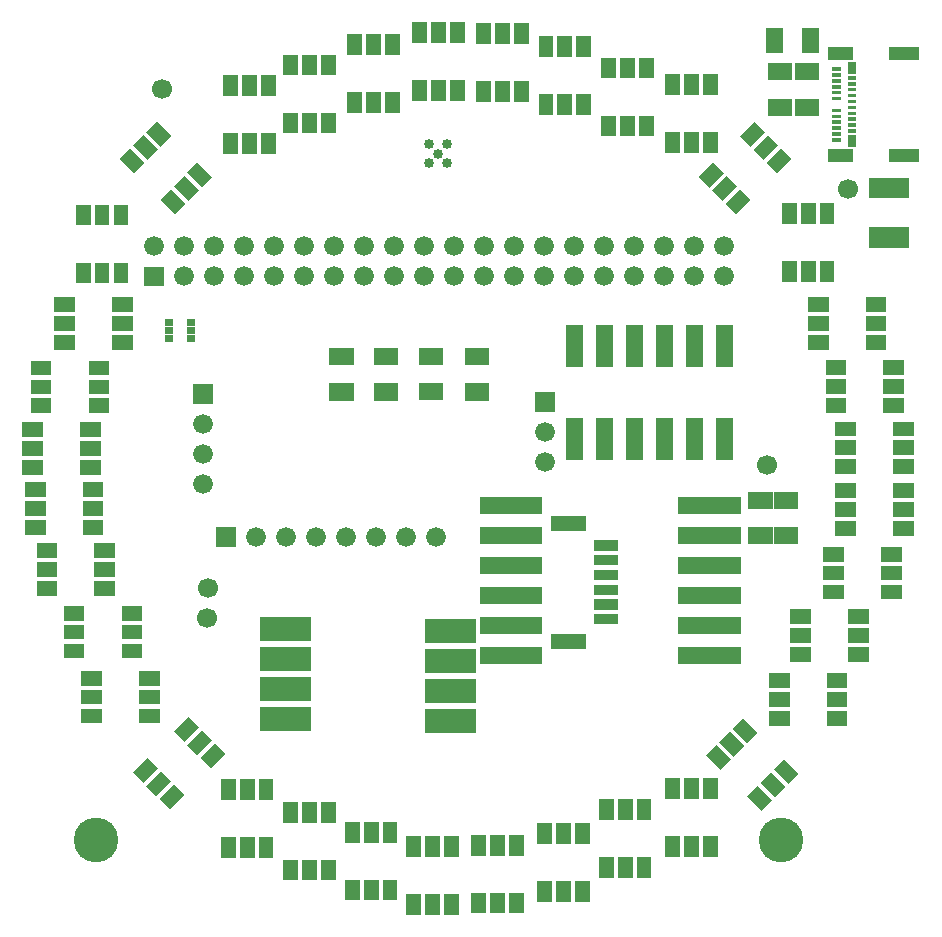
<source format=gbr>
G04 start of page 6 for group -4063 idx -4063 *
G04 Title: (unknown), componentmask *
G04 Creator: pcb 4.2.0 *
G04 CreationDate: Sun Feb  2 22:12:39 2020 UTC *
G04 For: blinken *
G04 Format: Gerber/RS-274X *
G04 PCB-Dimensions (mm): 90.16 90.16 *
G04 PCB-Coordinate-Origin: lower left *
%MOMM*%
%FSLAX43Y43*%
%LNTOPMASK*%
%ADD66C,1.700*%
%ADD65C,3.780*%
%ADD64C,0.002*%
%ADD63C,0.852*%
%ADD62C,1.676*%
G54D62*X26110Y66370D03*
X28650D03*
X31190D03*
X26110Y68910D03*
X28650D03*
X31190D03*
X33730D03*
X36270D03*
X38810D03*
X33730Y66370D03*
X36270D03*
X38810D03*
X41350D03*
G54D63*X37460Y76760D03*
X38260Y77560D03*
X36660D03*
X38260Y75960D03*
X36660D03*
G54D62*X18490Y66370D03*
Y68910D03*
X21030Y66370D03*
Y68910D03*
G54D64*G36*
X12572Y67208D02*Y65532D01*
X14248D01*
Y67208D01*
X12572D01*
G37*
G54D62*X13410Y68910D03*
X15950Y66370D03*
Y68910D03*
X23570Y66370D03*
Y68910D03*
G54D64*G36*
X16730Y57253D02*Y55577D01*
X18407D01*
Y57253D01*
X16730D01*
G37*
G54D62*X17568Y53875D03*
Y51335D03*
Y48795D03*
X41350Y68910D03*
X43890Y66370D03*
X46430D03*
X48970D03*
G54D64*G36*
X45700Y56600D02*Y54924D01*
X47376D01*
Y56600D01*
X45700D01*
G37*
G54D62*X46538Y53222D03*
Y50682D03*
X43890Y68910D03*
X46430D03*
X48970D03*
X51510D03*
X54050D03*
X56590D03*
X51510Y66370D03*
X54050D03*
X56590D03*
X59130D03*
Y68910D03*
X61670D03*
Y66370D03*
G54D64*G36*
X18692Y45138D02*Y43462D01*
X20368D01*
Y45138D01*
X18692D01*
G37*
G54D62*X22070Y44300D03*
X24610D03*
X27150D03*
X29690D03*
X32230D03*
X34770D03*
X37310D03*
G54D65*X66500Y18660D03*
G54D66*X65340Y50410D03*
X72190Y73790D03*
X17980Y40010D03*
X17940Y37420D03*
G54D65*X8500Y18660D03*
G54D66*X14100Y82260D03*
G54D64*G36*
X38127Y87887D02*X36873D01*
Y86133D01*
X38127D01*
Y87887D01*
G37*
G36*
X39727D02*X38473D01*
Y86133D01*
X39727D01*
Y87887D01*
G37*
G36*
X41927Y87787D02*X40673D01*
Y86033D01*
X41927D01*
Y87787D01*
G37*
G36*
X36527Y87887D02*X35273D01*
Y86133D01*
X36527D01*
Y87887D01*
G37*
G36*
X32627Y86887D02*X31373D01*
Y85133D01*
X32627D01*
Y86887D01*
G37*
G36*
X31027D02*X29773D01*
Y85133D01*
X31027D01*
Y86887D01*
G37*
G36*
X34227D02*X32973D01*
Y85133D01*
X34227D01*
Y86887D01*
G37*
G36*
X39727Y82987D02*X38473D01*
Y81233D01*
X39727D01*
Y82987D01*
G37*
G36*
X43527Y82887D02*X42273D01*
Y81133D01*
X43527D01*
Y82887D01*
G37*
G36*
X41927D02*X40673D01*
Y81133D01*
X41927D01*
Y82887D01*
G37*
G36*
X43527Y87787D02*X42273D01*
Y86033D01*
X43527D01*
Y87787D01*
G37*
G36*
X45127D02*X43873D01*
Y86033D01*
X45127D01*
Y87787D01*
G37*
G36*
X48827Y86687D02*X47573D01*
Y84933D01*
X48827D01*
Y86687D01*
G37*
G36*
X47227D02*X45973D01*
Y84933D01*
X47227D01*
Y86687D01*
G37*
G36*
X45127Y82887D02*X43873D01*
Y81133D01*
X45127D01*
Y82887D01*
G37*
G36*
X50427Y81787D02*X49173D01*
Y80033D01*
X50427D01*
Y81787D01*
G37*
G36*
X48827D02*X47573D01*
Y80033D01*
X48827D01*
Y81787D01*
G37*
G36*
X47227D02*X45973D01*
Y80033D01*
X47227D01*
Y81787D01*
G37*
G36*
X50427Y86687D02*X49173D01*
Y84933D01*
X50427D01*
Y86687D01*
G37*
G36*
X54127Y84887D02*X52873D01*
Y83133D01*
X54127D01*
Y84887D01*
G37*
G36*
X52527D02*X51273D01*
Y83133D01*
X52527D01*
Y84887D01*
G37*
G36*
X55727D02*X54473D01*
Y83133D01*
X55727D01*
Y84887D01*
G37*
G36*
X57927Y83487D02*X56673D01*
Y81733D01*
X57927D01*
Y83487D01*
G37*
G36*
Y78587D02*X56673D01*
Y76833D01*
X57927D01*
Y78587D01*
G37*
G36*
X55727Y79987D02*X54473D01*
Y78233D01*
X55727D01*
Y79987D01*
G37*
G36*
X54127D02*X52873D01*
Y78233D01*
X54127D01*
Y79987D01*
G37*
G36*
X52527D02*X51273D01*
Y78233D01*
X52527D01*
Y79987D01*
G37*
G36*
X38127Y82987D02*X36873D01*
Y81233D01*
X38127D01*
Y82987D01*
G37*
G36*
X36527D02*X35273D01*
Y81233D01*
X36527D01*
Y82987D01*
G37*
G36*
X34227Y81987D02*X32973D01*
Y80233D01*
X34227D01*
Y81987D01*
G37*
G36*
X32627D02*X31373D01*
Y80233D01*
X32627D01*
Y81987D01*
G37*
G36*
X31027D02*X29773D01*
Y80233D01*
X31027D01*
Y81987D01*
G37*
G36*
X21927Y18887D02*X20673D01*
Y17133D01*
X21927D01*
Y18887D01*
G37*
G36*
X20327Y23787D02*X19073D01*
Y22033D01*
X20327D01*
Y23787D01*
G37*
G36*
X21927D02*X20673D01*
Y22033D01*
X21927D01*
Y23787D01*
G37*
G36*
X20327Y18887D02*X19073D01*
Y17133D01*
X20327D01*
Y18887D01*
G37*
G36*
X23527D02*X22273D01*
Y17133D01*
X23527D01*
Y18887D01*
G37*
G36*
Y23787D02*X22273D01*
Y22033D01*
X23527D01*
Y23787D01*
G37*
G36*
X36027Y18987D02*X34773D01*
Y17233D01*
X36027D01*
Y18987D01*
G37*
G36*
X37627D02*X36373D01*
Y17233D01*
X37627D01*
Y18987D01*
G37*
G36*
X39227D02*X37973D01*
Y17233D01*
X39227D01*
Y18987D01*
G37*
G36*
X19455Y25951D02*X18569Y26838D01*
X17328Y25597D01*
X18215Y24711D01*
X19455Y25951D01*
G37*
G36*
X22382Y37508D02*Y35500D01*
X26690D01*
Y37508D01*
X22382D01*
G37*
G36*
Y34968D02*Y32960D01*
X26690D01*
Y34968D01*
X22382D01*
G37*
G36*
Y32428D02*Y30420D01*
X26690D01*
Y32428D01*
X22382D01*
G37*
G36*
Y29888D02*Y27880D01*
X26690D01*
Y29888D01*
X22382D01*
G37*
G36*
X14859Y23618D02*X13973Y24504D01*
X12732Y23264D01*
X13619Y22377D01*
X14859Y23618D01*
G37*
G36*
X15991Y22486D02*X15104Y23373D01*
X13864Y22133D01*
X14751Y21246D01*
X15991Y22486D01*
G37*
G36*
X17193Y28214D02*X16306Y29101D01*
X15066Y27860D01*
X15952Y26974D01*
X17193Y28214D01*
G37*
G36*
X18324Y27082D02*X17437Y27969D01*
X16197Y26729D01*
X17084Y25842D01*
X18324Y27082D01*
G37*
G36*
X13728Y24749D02*X12841Y25636D01*
X11601Y24395D01*
X12488Y23509D01*
X13728Y24749D01*
G37*
G36*
X12173Y31387D02*Y30133D01*
X13927D01*
Y31387D01*
X12173D01*
G37*
G36*
Y29787D02*Y28533D01*
X13927D01*
Y29787D01*
X12173D01*
G37*
G36*
X7273Y31387D02*X7273Y30133D01*
X9027Y30133D01*
X9027Y31387D01*
X7273Y31387D01*
G37*
G36*
X7273Y29787D02*Y28533D01*
X9027D01*
Y29787D01*
X7273D01*
G37*
G36*
X12173Y32987D02*X12173Y31733D01*
X13927Y31733D01*
X13927Y32987D01*
X12173Y32987D01*
G37*
G36*
X7273Y32987D02*Y31733D01*
X9027D01*
Y32987D01*
X7273D01*
G37*
G36*
X5773Y36887D02*X5773Y35633D01*
X7527Y35633D01*
X7527Y36887D01*
X5773Y36887D01*
G37*
G36*
X10673Y38487D02*X10673Y37233D01*
X12427Y37233D01*
X12427Y38487D01*
X10673Y38487D01*
G37*
G36*
X10673Y36887D02*Y35633D01*
X12427D01*
Y36887D01*
X10673D01*
G37*
G36*
X5773Y38487D02*Y37233D01*
X7527D01*
Y38487D01*
X5773D01*
G37*
G36*
Y35287D02*Y34033D01*
X7527D01*
Y35287D01*
X5773D01*
G37*
G36*
X10673D02*Y34033D01*
X12427D01*
Y35287D01*
X10673D01*
G37*
G36*
X3473Y42187D02*X3473Y40933D01*
X5227Y40933D01*
X5227Y42187D01*
X3473Y42187D01*
G37*
G36*
X3473Y40587D02*Y39333D01*
X5227D01*
Y40587D01*
X3473D01*
G37*
G36*
X8373Y43787D02*X8373Y42533D01*
X10127Y42533D01*
X10127Y43787D01*
X8373Y43787D01*
G37*
G36*
X8373Y40587D02*Y39333D01*
X10127D01*
Y40587D01*
X8373D01*
G37*
G36*
Y42187D02*Y40933D01*
X10127D01*
Y42187D01*
X8373D01*
G37*
G36*
X7373Y45737D02*Y44483D01*
X9127D01*
Y45737D01*
X7373D01*
G37*
G36*
X3473Y43787D02*Y42533D01*
X5227D01*
Y43787D01*
X3473D01*
G37*
G36*
X2473Y47337D02*X2473Y46083D01*
X4227Y46083D01*
X4227Y47337D01*
X2473Y47337D01*
G37*
G36*
X2473Y45737D02*Y44483D01*
X4227D01*
Y45737D01*
X2473D01*
G37*
G36*
Y48937D02*Y47683D01*
X4227D01*
Y48937D01*
X2473D01*
G37*
G36*
X2273Y52437D02*X2273Y51183D01*
X4027Y51183D01*
X4027Y52437D01*
X2273Y52437D01*
G37*
G36*
X2273Y50837D02*Y49583D01*
X4027D01*
Y50837D01*
X2273D01*
G37*
G36*
X7373Y48937D02*X7373Y47683D01*
X9127Y47683D01*
X9127Y48937D01*
X7373Y48937D01*
G37*
G36*
X7373Y47337D02*Y46083D01*
X9127D01*
Y47337D01*
X7373D01*
G37*
G36*
X7173Y52437D02*Y51183D01*
X8927D01*
Y52437D01*
X7173D01*
G37*
G36*
Y50837D02*Y49583D01*
X8927D01*
Y50837D01*
X7173D01*
G37*
G36*
X2273Y54037D02*Y52783D01*
X4027D01*
Y54037D01*
X2273D01*
G37*
G36*
X2973Y56037D02*Y54783D01*
X4727D01*
Y56037D01*
X2973D01*
G37*
G36*
X7173Y54037D02*X7173Y52783D01*
X8927Y52783D01*
X8927Y54037D01*
X7173Y54037D01*
G37*
G36*
X7873Y57637D02*Y56383D01*
X9627D01*
Y57637D01*
X7873D01*
G37*
G36*
Y56037D02*Y54783D01*
X9627D01*
Y56037D01*
X7873D01*
G37*
G36*
X2973Y57637D02*X2973Y56383D01*
X4727Y56383D01*
X4727Y57637D01*
X2973Y57637D01*
G37*
G36*
X2973Y59237D02*Y57983D01*
X4727D01*
Y59237D01*
X2973D01*
G37*
G36*
X4973Y62987D02*X4973Y61733D01*
X6727Y61733D01*
X6727Y62987D01*
X4973Y62987D01*
G37*
G36*
X4973Y61387D02*Y60133D01*
X6727D01*
Y61387D01*
X4973D01*
G37*
G36*
Y64587D02*Y63333D01*
X6727D01*
Y64587D01*
X4973D01*
G37*
G36*
X7873Y59237D02*X7873Y57983D01*
X9627Y57983D01*
X9627Y59237D01*
X7873Y59237D01*
G37*
G36*
X9873Y64587D02*X9873Y63333D01*
X11627Y63333D01*
X11627Y64587D01*
X9873Y64587D01*
G37*
G36*
X9873Y62987D02*Y61733D01*
X11627D01*
Y62987D01*
X9873D01*
G37*
G36*
Y61387D02*Y60133D01*
X11627D01*
Y61387D01*
X9873D01*
G37*
G36*
X16200Y61446D02*Y60843D01*
X16903D01*
Y61446D01*
X16200D01*
G37*
G36*
Y62096D02*Y61493D01*
X16903D01*
Y62096D01*
X16200D01*
G37*
G36*
Y62746D02*Y62143D01*
X16903D01*
Y62746D01*
X16200D01*
G37*
G36*
X14350D02*Y62143D01*
X15053D01*
Y62746D01*
X14350D01*
G37*
G36*
Y62096D02*Y61493D01*
X15053D01*
Y62096D01*
X14350D01*
G37*
G36*
Y61446D02*Y60843D01*
X15053D01*
Y61446D01*
X14350D01*
G37*
G36*
X11237Y67547D02*X9983Y67547D01*
X9983Y65793D01*
X11237Y65793D01*
X11237Y67547D01*
G37*
G36*
X9637Y67547D02*X8383D01*
Y65793D01*
X9637D01*
Y67547D01*
G37*
G36*
X8037D02*X6783D01*
Y65793D01*
X8037D01*
Y67547D01*
G37*
G36*
X47006Y46070D02*Y44816D01*
X49960D01*
Y46070D01*
X47006D01*
G37*
G36*
X50706Y44020D02*Y43166D01*
X52660D01*
Y44020D01*
X50706D01*
G37*
G36*
Y42770D02*Y41916D01*
X52660D01*
Y42770D01*
X50706D01*
G37*
G36*
Y41520D02*Y40666D01*
X52660D01*
Y41520D01*
X50706D01*
G37*
G36*
Y40270D02*Y39416D01*
X52660D01*
Y40270D01*
X50706D01*
G37*
G36*
Y39020D02*Y38166D01*
X52660D01*
Y39020D01*
X50706D01*
G37*
G36*
Y37770D02*Y36916D01*
X52660D01*
Y37770D01*
X50706D01*
G37*
G36*
X47006Y36120D02*Y34866D01*
X49960D01*
Y36120D01*
X47006D01*
G37*
G36*
X22127Y83387D02*X20873D01*
Y81633D01*
X22127D01*
Y83387D01*
G37*
G36*
X20527D02*X19273D01*
Y81633D01*
X20527D01*
Y83387D01*
G37*
G36*
X23727Y78487D02*X22473D01*
Y76733D01*
X23727D01*
Y78487D01*
G37*
G36*
X22127D02*X20873D01*
Y76733D01*
X22127D01*
Y78487D01*
G37*
G36*
X20527D02*X19273D01*
Y76733D01*
X20527D01*
Y78487D01*
G37*
G36*
X23727Y83387D02*X22473D01*
Y81633D01*
X23727D01*
Y83387D01*
G37*
G36*
X12496Y78364D02*X11609Y77477D01*
X12849Y76237D01*
X13736Y77124D01*
X12496Y78364D01*
G37*
G36*
X11364Y77233D02*X10477Y76346D01*
X11718Y75106D01*
X12604Y75992D01*
X11364Y77233D01*
G37*
G36*
X13627Y79495D02*X12740Y78608D01*
X13981Y77368D01*
X14867Y78255D01*
X13627Y79495D01*
G37*
G36*
X15960Y74899D02*X15074Y74012D01*
X16314Y72772D01*
X17201Y73659D01*
X15960Y74899D01*
G37*
G36*
X14829Y73768D02*X13942Y72881D01*
X15183Y71641D01*
X16069Y72528D01*
X14829Y73768D01*
G37*
G36*
X28817Y80247D02*X27563D01*
Y78493D01*
X28817D01*
Y80247D01*
G37*
G36*
X27217D02*X25963D01*
Y78493D01*
X27217D01*
Y80247D01*
G37*
G36*
X25617D02*X24363D01*
Y78493D01*
X25617D01*
Y80247D01*
G37*
G36*
X27217Y85147D02*X25963D01*
Y83393D01*
X27217D01*
Y85147D01*
G37*
G36*
X25617D02*X24363D01*
Y83393D01*
X25617D01*
Y85147D01*
G37*
G36*
X28817D02*X27563D01*
Y83393D01*
X28817D01*
Y85147D01*
G37*
G36*
X17092Y76030D02*X16205Y75144D01*
X17445Y73903D01*
X18332Y74790D01*
X17092Y76030D01*
G37*
G36*
X9637Y72447D02*X8383Y72447D01*
X8383Y70693D01*
X9637Y70693D01*
X9637Y72447D01*
G37*
G36*
X8037Y72447D02*X6783D01*
Y70693D01*
X8037D01*
Y72447D01*
G37*
G36*
X11237D02*X9983D01*
Y70693D01*
X11237D01*
Y72447D01*
G37*
G36*
X73673Y62987D02*Y61733D01*
X75427D01*
Y62987D01*
X73673D01*
G37*
G36*
Y64587D02*Y63333D01*
X75427D01*
Y64587D01*
X73673D01*
G37*
G36*
X68773Y61387D02*Y60133D01*
X70527D01*
Y61387D01*
X68773D01*
G37*
G36*
Y62987D02*Y61733D01*
X70527D01*
Y62987D01*
X68773D01*
G37*
G36*
Y64587D02*Y63333D01*
X70527D01*
Y64587D01*
X68773D01*
G37*
G36*
X73673Y61387D02*Y60133D01*
X75427D01*
Y61387D01*
X73673D01*
G37*
G36*
X75173Y59287D02*Y58033D01*
X76927D01*
Y59287D01*
X75173D01*
G37*
G36*
X70273Y57687D02*Y56433D01*
X72027D01*
Y57687D01*
X70273D01*
G37*
G36*
Y59287D02*Y58033D01*
X72027D01*
Y59287D01*
X70273D01*
G37*
G36*
X71027Y67657D02*X69773D01*
Y65903D01*
X71027D01*
Y67657D01*
G37*
G36*
X69427D02*X68173D01*
Y65903D01*
X69427D01*
Y67657D01*
G37*
G36*
X75173Y57687D02*Y56433D01*
X76927D01*
Y57687D01*
X75173D01*
G37*
G36*
Y56087D02*Y54833D01*
X76927D01*
Y56087D01*
X75173D01*
G37*
G36*
X75973Y54087D02*Y52833D01*
X77727D01*
Y54087D01*
X75973D01*
G37*
G36*
X70273Y56087D02*Y54833D01*
X72027D01*
Y56087D01*
X70273D01*
G37*
G36*
X71073Y52487D02*Y51233D01*
X72827D01*
Y52487D01*
X71073D01*
G37*
G36*
Y54087D02*Y52833D01*
X72827D01*
Y54087D01*
X71073D01*
G37*
G36*
X75973Y52487D02*Y51233D01*
X77727D01*
Y52487D01*
X75973D01*
G37*
G36*
Y50887D02*Y49633D01*
X77727D01*
Y50887D01*
X75973D01*
G37*
G36*
Y47287D02*Y46033D01*
X77727D01*
Y47287D01*
X75973D01*
G37*
G36*
Y48887D02*Y47633D01*
X77727D01*
Y48887D01*
X75973D01*
G37*
G36*
X71073Y50887D02*Y49633D01*
X72827D01*
Y50887D01*
X71073D01*
G37*
G36*
Y47287D02*Y46033D01*
X72827D01*
Y47287D01*
X71073D01*
G37*
G36*
Y48887D02*Y47633D01*
X72827D01*
Y48887D01*
X71073D01*
G37*
G36*
X75973Y45687D02*Y44433D01*
X77727D01*
Y45687D01*
X75973D01*
G37*
G36*
X74973Y41887D02*Y40633D01*
X76727D01*
Y41887D01*
X74973D01*
G37*
G36*
Y43487D02*Y42233D01*
X76727D01*
Y43487D01*
X74973D01*
G37*
G36*
X71073Y45687D02*Y44433D01*
X72827D01*
Y45687D01*
X71073D01*
G37*
G36*
X70073Y40287D02*Y39033D01*
X71827D01*
Y40287D01*
X70073D01*
G37*
G36*
Y41887D02*Y40633D01*
X71827D01*
Y41887D01*
X70073D01*
G37*
G36*
Y43487D02*Y42233D01*
X71827D01*
Y43487D01*
X70073D01*
G37*
G36*
X73921Y74738D02*Y72984D01*
X77375D01*
Y74738D01*
X73921D01*
G37*
G36*
X70500Y77160D02*Y76060D01*
X72600D01*
Y77160D01*
X70500D01*
G37*
G36*
X73921Y70538D02*Y68784D01*
X77375D01*
Y70538D01*
X73921D01*
G37*
G36*
X75610Y77160D02*Y76060D01*
X78210D01*
Y77160D01*
X75610D01*
G37*
G36*
X70840Y78080D02*Y77780D01*
X71600D01*
Y78080D01*
X70840D01*
G37*
G36*
Y78580D02*Y78280D01*
X71600D01*
Y78580D01*
X70840D01*
G37*
G36*
Y79080D02*Y78780D01*
X71600D01*
Y79080D01*
X70840D01*
G37*
G36*
Y79580D02*Y79280D01*
X71600D01*
Y79580D01*
X70840D01*
G37*
G36*
X69427Y72557D02*X68173D01*
Y70803D01*
X69427D01*
Y72557D01*
G37*
G36*
X71027D02*X69773D01*
Y70803D01*
X71027D01*
Y72557D01*
G37*
G36*
X72840Y78330D02*X72140D01*
Y77330D01*
X72840D01*
Y78330D01*
G37*
G36*
X72140Y78830D02*Y78530D01*
X72840D01*
Y78830D01*
X72140D01*
G37*
G36*
Y79330D02*Y79030D01*
X72840D01*
Y79330D01*
X72140D01*
G37*
G36*
Y79830D02*Y79530D01*
X72840D01*
Y79830D01*
X72140D01*
G37*
G36*
X75610Y85800D02*Y84700D01*
X78210D01*
Y85800D01*
X75610D01*
G37*
G36*
X70500D02*Y84700D01*
X72600D01*
Y85800D01*
X70500D01*
G37*
G36*
X70840Y80080D02*Y79780D01*
X71600D01*
Y80080D01*
X70840D01*
G37*
G36*
Y80580D02*Y80280D01*
X71600D01*
Y80580D01*
X70840D01*
G37*
G36*
Y81580D02*Y81280D01*
X71600D01*
Y81580D01*
X70840D01*
G37*
G36*
Y82080D02*Y81780D01*
X71600D01*
Y82080D01*
X70840D01*
G37*
G36*
Y82580D02*Y82280D01*
X71600D01*
Y82580D01*
X70840D01*
G37*
G36*
Y83080D02*Y82780D01*
X71600D01*
Y83080D01*
X70840D01*
G37*
G36*
Y83580D02*Y83280D01*
X71600D01*
Y83580D01*
X70840D01*
G37*
G36*
Y84080D02*Y83780D01*
X71600D01*
Y84080D01*
X70840D01*
G37*
G36*
X72140Y80330D02*Y80030D01*
X72840D01*
Y80330D01*
X72140D01*
G37*
G36*
Y80830D02*Y80530D01*
X72840D01*
Y80830D01*
X72140D01*
G37*
G36*
Y81330D02*Y81030D01*
X72840D01*
Y81330D01*
X72140D01*
G37*
G36*
Y81830D02*Y81530D01*
X72840D01*
Y81830D01*
X72140D01*
G37*
G36*
Y82330D02*Y82030D01*
X72840D01*
Y82330D01*
X72140D01*
G37*
G36*
Y82830D02*Y82530D01*
X72840D01*
Y82830D01*
X72140D01*
G37*
G36*
Y83330D02*Y83030D01*
X72840D01*
Y83330D01*
X72140D01*
G37*
G36*
X72840Y84530D02*X72140D01*
Y83530D01*
X72840D01*
Y84530D01*
G37*
G36*
X74973Y40287D02*Y39033D01*
X76727D01*
Y40287D01*
X74973D01*
G37*
G36*
X72173Y36587D02*Y35333D01*
X73927D01*
Y36587D01*
X72173D01*
G37*
G36*
Y38187D02*Y36933D01*
X73927D01*
Y38187D01*
X72173D01*
G37*
G36*
X67273Y36587D02*Y35333D01*
X69027D01*
Y36587D01*
X67273D01*
G37*
G36*
Y38187D02*Y36933D01*
X69027D01*
Y38187D01*
X67273D01*
G37*
G36*
X72173Y34987D02*Y33733D01*
X73927D01*
Y34987D01*
X72173D01*
G37*
G36*
X67273D02*Y33733D01*
X69027D01*
Y34987D01*
X67273D01*
G37*
G36*
X70373Y31187D02*Y29933D01*
X72127D01*
Y31187D01*
X70373D01*
G37*
G36*
Y32787D02*Y31533D01*
X72127D01*
Y32787D01*
X70373D01*
G37*
G36*
X65473D02*Y31533D01*
X67227D01*
Y32787D01*
X65473D01*
G37*
G36*
Y29587D02*Y28333D01*
X67227D01*
Y29587D01*
X65473D01*
G37*
G36*
X70373D02*Y28333D01*
X72127D01*
Y29587D01*
X70373D01*
G37*
G36*
X65473Y31187D02*Y29933D01*
X67227D01*
Y31187D01*
X65473D01*
G37*
G36*
X61035Y26719D02*X60148Y25832D01*
X61389Y24592D01*
X62275Y25478D01*
X61035Y26719D01*
G37*
G36*
X62166Y27850D02*X61280Y26963D01*
X62520Y25723D01*
X63407Y26610D01*
X62166Y27850D01*
G37*
G36*
X63298Y28982D02*X62411Y28095D01*
X63652Y26854D01*
X64538Y27741D01*
X63298Y28982D01*
G37*
G36*
X65631Y24385D02*X64745Y23499D01*
X65985Y22258D01*
X66872Y23145D01*
X65631Y24385D01*
G37*
G36*
X66763Y25517D02*X65876Y24630D01*
X67116Y23390D01*
X68003Y24277D01*
X66763Y25517D01*
G37*
G36*
X64500Y23254D02*X63613Y22367D01*
X64854Y21127D01*
X65740Y22014D01*
X64500Y23254D01*
G37*
G36*
X59527Y18987D02*X58273D01*
Y17233D01*
X59527D01*
Y18987D01*
G37*
G36*
X57927D02*X56673D01*
Y17233D01*
X57927D01*
Y18987D01*
G37*
G36*
X55527Y17187D02*X54273D01*
Y15433D01*
X55527D01*
Y17187D01*
G37*
G36*
X61127Y18987D02*X59873D01*
Y17233D01*
X61127D01*
Y18987D01*
G37*
G36*
X57927Y23887D02*X56673D01*
Y22133D01*
X57927D01*
Y23887D01*
G37*
G36*
X59527D02*X58273D01*
Y22133D01*
X59527D01*
Y23887D01*
G37*
G36*
X61127D02*X59873D01*
Y22133D01*
X61127D01*
Y23887D01*
G37*
G36*
X52327Y22087D02*X51073D01*
Y20333D01*
X52327D01*
Y22087D01*
G37*
G36*
X53927D02*X52673D01*
Y20333D01*
X53927D01*
Y22087D01*
G37*
G36*
X55527D02*X54273D01*
Y20333D01*
X55527D01*
Y22087D01*
G37*
G36*
X57783Y35033D02*Y33525D01*
X63101D01*
Y35033D01*
X57783D01*
G37*
G36*
Y37573D02*Y36065D01*
X63101D01*
Y37573D01*
X57783D01*
G37*
G36*
Y40113D02*Y38605D01*
X63101D01*
Y40113D01*
X57783D01*
G37*
G36*
Y42653D02*Y41145D01*
X63101D01*
Y42653D01*
X57783D01*
G37*
G36*
Y45193D02*Y43685D01*
X63101D01*
Y45193D01*
X57783D01*
G37*
G36*
Y47733D02*Y46225D01*
X63101D01*
Y47733D01*
X57783D01*
G37*
G36*
X63745Y48158D02*Y46706D01*
X65797D01*
Y48158D01*
X63745D01*
G37*
G36*
Y45158D02*Y43706D01*
X65797D01*
Y45158D01*
X63745D01*
G37*
G36*
X65914Y48146D02*Y46694D01*
X67966D01*
Y48146D01*
X65914D01*
G37*
G36*
Y45146D02*Y43694D01*
X67966D01*
Y45146D01*
X65914D01*
G37*
G36*
X53927Y17187D02*X52673D01*
Y15433D01*
X53927D01*
Y17187D01*
G37*
G36*
X52327D02*X51073D01*
Y15433D01*
X52327D01*
Y17187D01*
G37*
G36*
X50327Y15187D02*X49073D01*
Y13433D01*
X50327D01*
Y15187D01*
G37*
G36*
X47127Y20087D02*X45873D01*
Y18333D01*
X47127D01*
Y20087D01*
G37*
G36*
X48727D02*X47473D01*
Y18333D01*
X48727D01*
Y20087D01*
G37*
G36*
X50327D02*X49073D01*
Y18333D01*
X50327D01*
Y20087D01*
G37*
G36*
X48727Y15187D02*X47473D01*
Y13433D01*
X48727D01*
Y15187D01*
G37*
G36*
X47127D02*X45873D01*
Y13433D01*
X47127D01*
Y15187D01*
G37*
G36*
X43127Y14187D02*X41873D01*
Y12433D01*
X43127D01*
Y14187D01*
G37*
G36*
X44727D02*X43473D01*
Y12433D01*
X44727D01*
Y14187D01*
G37*
G36*
X41527Y19087D02*X40273D01*
Y17333D01*
X41527D01*
Y19087D01*
G37*
G36*
X43127D02*X41873D01*
Y17333D01*
X43127D01*
Y19087D01*
G37*
G36*
X44727D02*X43473D01*
Y17333D01*
X44727D01*
Y19087D01*
G37*
G36*
X41527Y14187D02*X40273D01*
Y12433D01*
X41527D01*
Y14187D01*
G37*
G36*
X32427Y15287D02*X31173D01*
Y13533D01*
X32427D01*
Y15287D01*
G37*
G36*
X34027D02*X32773D01*
Y13533D01*
X34027D01*
Y15287D01*
G37*
G36*
X30827D02*X29573D01*
Y13533D01*
X30827D01*
Y15287D01*
G37*
G36*
X36027Y14087D02*X34773D01*
Y12333D01*
X36027D01*
Y14087D01*
G37*
G36*
X30827Y20187D02*X29573D01*
Y18433D01*
X30827D01*
Y20187D01*
G37*
G36*
X25627Y21887D02*X24373D01*
Y20133D01*
X25627D01*
Y21887D01*
G37*
G36*
X27227D02*X25973D01*
Y20133D01*
X27227D01*
Y21887D01*
G37*
G36*
X28827D02*X27573D01*
Y20133D01*
X28827D01*
Y21887D01*
G37*
G36*
X32427Y20187D02*X31173D01*
Y18433D01*
X32427D01*
Y20187D01*
G37*
G36*
X34027D02*X32773D01*
Y18433D01*
X34027D01*
Y20187D01*
G37*
G36*
X27227Y16987D02*X25973D01*
Y15233D01*
X27227D01*
Y16987D01*
G37*
G36*
X28827D02*X27573D01*
Y15233D01*
X28827D01*
Y16987D01*
G37*
G36*
X25627D02*X24373D01*
Y15233D01*
X25627D01*
Y16987D01*
G37*
G36*
X37627Y14087D02*X36373D01*
Y12333D01*
X37627D01*
Y14087D01*
G37*
G36*
X39227D02*X37973D01*
Y12333D01*
X39227D01*
Y14087D01*
G37*
G36*
X59527Y83487D02*X58273D01*
Y81733D01*
X59527D01*
Y83487D01*
G37*
G36*
X61127Y78587D02*X59873D01*
Y76833D01*
X61127D01*
Y78587D01*
G37*
G36*
X59527D02*X58273D01*
Y76833D01*
X59527D01*
Y78587D01*
G37*
G36*
X61127Y83487D02*X59873D01*
Y81733D01*
X61127D01*
Y83487D01*
G37*
G36*
X61666Y75132D02*X60779Y76018D01*
X59539Y74778D01*
X60425Y73891D01*
X61666Y75132D01*
G37*
G36*
X62797Y74000D02*X61910Y74887D01*
X60670Y73647D01*
X61557Y72760D01*
X62797Y74000D01*
G37*
G36*
X63928Y72869D02*X63042Y73756D01*
X61801Y72515D01*
X62688Y71629D01*
X63928Y72869D01*
G37*
G36*
X65371Y81422D02*Y79969D01*
X67423D01*
Y81422D01*
X65371D01*
G37*
G36*
Y84422D02*Y82969D01*
X67423D01*
Y84422D01*
X65371D01*
G37*
G36*
X65130Y78597D02*X64244Y79483D01*
X63003Y78243D01*
X63890Y77356D01*
X65130Y78597D01*
G37*
G36*
X67644Y84416D02*Y82964D01*
X69696D01*
Y84416D01*
X67644D01*
G37*
G36*
Y81416D02*Y79964D01*
X69696D01*
Y81416D01*
X67644D01*
G37*
G36*
X66696Y87376D02*X65244D01*
Y85324D01*
X66696D01*
Y87376D01*
G37*
G36*
X69696D02*X68244D01*
Y85324D01*
X69696D01*
Y87376D01*
G37*
G36*
X67827Y72557D02*X66573D01*
Y70803D01*
X67827D01*
Y72557D01*
G37*
G36*
X66262Y77465D02*X65375Y78352D01*
X64135Y77112D01*
X65021Y76225D01*
X66262Y77465D01*
G37*
G36*
X67393Y76334D02*X66506Y77220D01*
X65266Y75980D01*
X66153Y75093D01*
X67393Y76334D01*
G37*
G36*
X67827Y67657D02*X66573D01*
Y65903D01*
X67827D01*
Y67657D01*
G37*
G36*
X36338Y37381D02*Y35373D01*
X40646D01*
Y37381D01*
X36338D01*
G37*
G36*
X40973Y35033D02*Y33525D01*
X46291D01*
Y35033D01*
X40973D01*
G37*
G36*
Y37573D02*Y36065D01*
X46291D01*
Y37573D01*
X40973D01*
G37*
G36*
X36338Y34841D02*Y32833D01*
X40646D01*
Y34841D01*
X36338D01*
G37*
G36*
Y32301D02*Y30293D01*
X40646D01*
Y32301D01*
X36338D01*
G37*
G36*
Y29761D02*Y27753D01*
X40646D01*
Y29761D01*
X36338D01*
G37*
G36*
X40973Y40113D02*Y38605D01*
X46291D01*
Y40113D01*
X40973D01*
G37*
G36*
Y42653D02*Y41145D01*
X46291D01*
Y42653D01*
X40973D01*
G37*
G36*
Y45193D02*Y43685D01*
X46291D01*
Y45193D01*
X40973D01*
G37*
G36*
Y47733D02*Y46225D01*
X46291D01*
Y47733D01*
X40973D01*
G37*
G36*
X39708Y60310D02*Y58858D01*
X41761D01*
Y60310D01*
X39708D01*
G37*
G36*
Y57311D02*Y55858D01*
X41761D01*
Y57311D01*
X39708D01*
G37*
G36*
X35844Y60320D02*Y58867D01*
X37896D01*
Y60320D01*
X35844D01*
G37*
G36*
X49708Y62244D02*X48304D01*
Y58690D01*
X49708D01*
Y62244D01*
G37*
G36*
X52248D02*X50844D01*
Y58690D01*
X52248D01*
Y62244D01*
G37*
G36*
X54788D02*X53384D01*
Y58690D01*
X54788D01*
Y62244D01*
G37*
G36*
X57328D02*X55924D01*
Y58690D01*
X57328D01*
Y62244D01*
G37*
G36*
X59868D02*X58464D01*
Y58690D01*
X59868D01*
Y62244D01*
G37*
G36*
X62408D02*X61004D01*
Y58690D01*
X62408D01*
Y62244D01*
G37*
G36*
X35844Y57320D02*Y55868D01*
X37896D01*
Y57320D01*
X35844D01*
G37*
G36*
X32059Y57313D02*Y55861D01*
X34111D01*
Y57313D01*
X32059D01*
G37*
G36*
X28263Y57317D02*Y55865D01*
X30315D01*
Y57317D01*
X28263D01*
G37*
G36*
X32059Y60313D02*Y58860D01*
X34111D01*
Y60313D01*
X32059D01*
G37*
G36*
X28263Y60317D02*Y58864D01*
X30315D01*
Y60317D01*
X28263D01*
G37*
G36*
X49708Y54344D02*X48304D01*
Y50790D01*
X49708D01*
Y54344D01*
G37*
G36*
X52248D02*X50844D01*
Y50790D01*
X52248D01*
Y54344D01*
G37*
G36*
X54788D02*X53384D01*
Y50790D01*
X54788D01*
Y54344D01*
G37*
G36*
X57328D02*X55924D01*
Y50790D01*
X57328D01*
Y54344D01*
G37*
G36*
X59868D02*X58464D01*
Y50790D01*
X59868D01*
Y54344D01*
G37*
G36*
X62408D02*X61004D01*
Y50790D01*
X62408D01*
Y54344D01*
G37*
M02*

</source>
